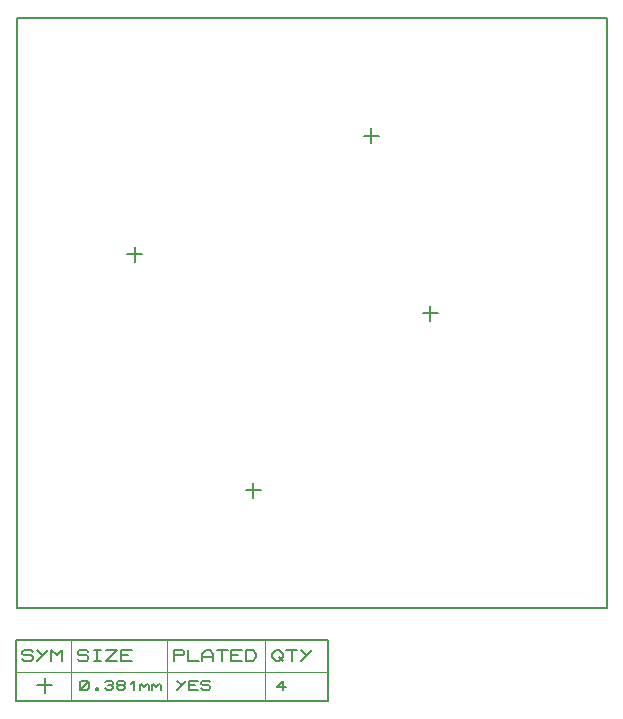
<source format=gbr>
G04 PROTEUS RS274X GERBER FILE*
%FSLAX45Y45*%
%MOMM*%
G01*
%ADD11C,0.203200*%
%ADD13C,0.127000*%
%ADD14C,0.063500*%
D11*
X+1000000Y+3063500D02*
X+1000000Y+2936500D01*
X+936500Y+3000000D02*
X+1063500Y+3000000D01*
X+3500000Y+2563500D02*
X+3500000Y+2436500D01*
X+3436500Y+2500000D02*
X+3563500Y+2500000D01*
X+3000000Y+4063500D02*
X+3000000Y+3936500D01*
X+2936500Y+4000000D02*
X+3063500Y+4000000D01*
X+2000000Y+1063500D02*
X+2000000Y+936500D01*
X+1936500Y+1000000D02*
X+2063500Y+1000000D01*
X+0Y+0D02*
X+5000000Y+0D01*
X+5000000Y+5000000D01*
X+0Y+5000000D01*
X+0Y+0D01*
D13*
X-10160Y-784860D02*
X+2633980Y-784860D01*
X+2633980Y-264160D01*
X-10160Y-264160D01*
X-10160Y-784860D01*
D14*
X+457202Y-264160D02*
X+457202Y-784860D01*
X+1270002Y-264160D02*
X+1270002Y-784860D01*
X+2103122Y-264160D02*
X+2103122Y-784860D01*
X-10160Y-537210D02*
X+2633980Y-537210D01*
D13*
X+46990Y-427990D02*
X+62230Y-443230D01*
X+123190Y-443230D01*
X+138430Y-427990D01*
X+138430Y-412750D01*
X+123190Y-397510D01*
X+62230Y-397510D01*
X+46990Y-382270D01*
X+46990Y-367030D01*
X+62230Y-351790D01*
X+123190Y-351790D01*
X+138430Y-367030D01*
X+260350Y-351790D02*
X+168910Y-443230D01*
X+168910Y-351790D02*
X+214630Y-397510D01*
X+290830Y-443230D02*
X+290830Y-351790D01*
X+336550Y-397510D01*
X+382270Y-351790D01*
X+382270Y-443230D01*
X+514350Y-427990D02*
X+529590Y-443230D01*
X+590550Y-443230D01*
X+605790Y-427990D01*
X+605790Y-412750D01*
X+590550Y-397510D01*
X+529590Y-397510D01*
X+514350Y-382270D01*
X+514350Y-367030D01*
X+529590Y-351790D01*
X+590550Y-351790D01*
X+605790Y-367030D01*
X+651510Y-351790D02*
X+712470Y-351790D01*
X+681990Y-351790D02*
X+681990Y-443230D01*
X+651510Y-443230D02*
X+712470Y-443230D01*
X+758190Y-351790D02*
X+849630Y-351790D01*
X+758190Y-443230D01*
X+849630Y-443230D01*
X+971550Y-443230D02*
X+880110Y-443230D01*
X+880110Y-351790D01*
X+971550Y-351790D01*
X+880110Y-397510D02*
X+941070Y-397510D01*
X+1327150Y-443230D02*
X+1327150Y-351790D01*
X+1403350Y-351790D01*
X+1418590Y-367030D01*
X+1418590Y-382270D01*
X+1403350Y-397510D01*
X+1327150Y-397510D01*
X+1449070Y-351790D02*
X+1449070Y-443230D01*
X+1540510Y-443230D01*
X+1570990Y-443230D02*
X+1570990Y-382270D01*
X+1601470Y-351790D01*
X+1631950Y-351790D01*
X+1662430Y-382270D01*
X+1662430Y-443230D01*
X+1570990Y-412750D02*
X+1662430Y-412750D01*
X+1692910Y-351790D02*
X+1784350Y-351790D01*
X+1738630Y-351790D02*
X+1738630Y-443230D01*
X+1906270Y-443230D02*
X+1814830Y-443230D01*
X+1814830Y-351790D01*
X+1906270Y-351790D01*
X+1814830Y-397510D02*
X+1875790Y-397510D01*
X+1936750Y-443230D02*
X+1936750Y-351790D01*
X+1997710Y-351790D01*
X+2028190Y-382270D01*
X+2028190Y-412750D01*
X+1997710Y-443230D01*
X+1936750Y-443230D01*
X+2160270Y-382270D02*
X+2190750Y-351790D01*
X+2221230Y-351790D01*
X+2251710Y-382270D01*
X+2251710Y-412750D01*
X+2221230Y-443230D01*
X+2190750Y-443230D01*
X+2160270Y-412750D01*
X+2160270Y-382270D01*
X+2221230Y-412750D02*
X+2251710Y-443230D01*
X+2282190Y-351790D02*
X+2373630Y-351790D01*
X+2327910Y-351790D02*
X+2327910Y-443230D01*
X+2495550Y-351790D02*
X+2404110Y-443230D01*
X+2404110Y-351790D02*
X+2449830Y-397510D01*
D11*
X+236220Y-588010D02*
X+236220Y-715010D01*
X+172720Y-651510D02*
X+299720Y-651510D01*
D13*
X+533400Y-676910D02*
X+533400Y-626110D01*
X+546100Y-613410D01*
X+596900Y-613410D01*
X+609600Y-626110D01*
X+609600Y-676910D01*
X+596900Y-689610D01*
X+546100Y-689610D01*
X+533400Y-676910D01*
X+533400Y-689610D02*
X+609600Y-613410D01*
X+673100Y-676910D02*
X+685800Y-676910D01*
X+685800Y-689610D01*
X+673100Y-689610D01*
X+673100Y-676910D01*
X+749300Y-626110D02*
X+762000Y-613410D01*
X+800100Y-613410D01*
X+812800Y-626110D01*
X+812800Y-638810D01*
X+800100Y-651510D01*
X+812800Y-664210D01*
X+812800Y-676910D01*
X+800100Y-689610D01*
X+762000Y-689610D01*
X+749300Y-676910D01*
X+774700Y-651510D02*
X+800100Y-651510D01*
X+863600Y-651510D02*
X+850900Y-638810D01*
X+850900Y-626110D01*
X+863600Y-613410D01*
X+901700Y-613410D01*
X+914400Y-626110D01*
X+914400Y-638810D01*
X+901700Y-651510D01*
X+863600Y-651510D01*
X+850900Y-664210D01*
X+850900Y-676910D01*
X+863600Y-689610D01*
X+901700Y-689610D01*
X+914400Y-676910D01*
X+914400Y-664210D01*
X+901700Y-651510D01*
X+965200Y-638810D02*
X+990600Y-613410D01*
X+990600Y-689610D01*
X+1041400Y-689610D02*
X+1041400Y-638810D01*
X+1041400Y-651510D02*
X+1054100Y-638810D01*
X+1079500Y-664210D01*
X+1104900Y-638810D01*
X+1117600Y-651510D01*
X+1117600Y-689610D01*
X+1143000Y-689610D02*
X+1143000Y-638810D01*
X+1143000Y-651510D02*
X+1155700Y-638810D01*
X+1181100Y-664210D01*
X+1206500Y-638810D01*
X+1219200Y-651510D01*
X+1219200Y-689610D01*
X+1435100Y-613410D02*
X+1358900Y-689610D01*
X+1358900Y-613410D02*
X+1397000Y-651510D01*
X+1536700Y-689610D02*
X+1460500Y-689610D01*
X+1460500Y-613410D01*
X+1536700Y-613410D01*
X+1460500Y-651510D02*
X+1511300Y-651510D01*
X+1562100Y-676910D02*
X+1574800Y-689610D01*
X+1625600Y-689610D01*
X+1638300Y-676910D01*
X+1638300Y-664210D01*
X+1625600Y-651510D01*
X+1574800Y-651510D01*
X+1562100Y-638810D01*
X+1562100Y-626110D01*
X+1574800Y-613410D01*
X+1625600Y-613410D01*
X+1638300Y-626110D01*
X+2280920Y-664210D02*
X+2204720Y-664210D01*
X+2255520Y-613410D01*
X+2255520Y-689610D01*
M02*

</source>
